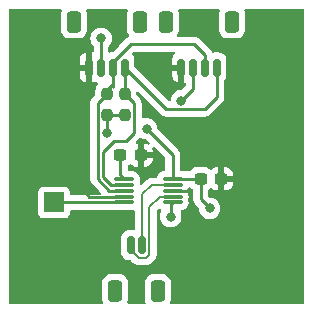
<source format=gbr>
%TF.GenerationSoftware,KiCad,Pcbnew,7.0.5*%
%TF.CreationDate,2023-06-11T15:17:49-05:00*%
%TF.ProjectId,DRV2605,44525632-3630-4352-9e6b-696361645f70,rev?*%
%TF.SameCoordinates,Original*%
%TF.FileFunction,Copper,L1,Top*%
%TF.FilePolarity,Positive*%
%FSLAX46Y46*%
G04 Gerber Fmt 4.6, Leading zero omitted, Abs format (unit mm)*
G04 Created by KiCad (PCBNEW 7.0.5) date 2023-06-11 15:17:49*
%MOMM*%
%LPD*%
G01*
G04 APERTURE LIST*
G04 Aperture macros list*
%AMRoundRect*
0 Rectangle with rounded corners*
0 $1 Rounding radius*
0 $2 $3 $4 $5 $6 $7 $8 $9 X,Y pos of 4 corners*
0 Add a 4 corners polygon primitive as box body*
4,1,4,$2,$3,$4,$5,$6,$7,$8,$9,$2,$3,0*
0 Add four circle primitives for the rounded corners*
1,1,$1+$1,$2,$3*
1,1,$1+$1,$4,$5*
1,1,$1+$1,$6,$7*
1,1,$1+$1,$8,$9*
0 Add four rect primitives between the rounded corners*
20,1,$1+$1,$2,$3,$4,$5,0*
20,1,$1+$1,$4,$5,$6,$7,0*
20,1,$1+$1,$6,$7,$8,$9,0*
20,1,$1+$1,$8,$9,$2,$3,0*%
G04 Aperture macros list end*
%TA.AperFunction,SMDPad,CuDef*%
%ADD10O,1.699999X0.299999*%
%TD*%
%TA.AperFunction,SMDPad,CuDef*%
%ADD11RoundRect,0.237500X0.237500X-0.250000X0.237500X0.250000X-0.237500X0.250000X-0.237500X-0.250000X0*%
%TD*%
%TA.AperFunction,SMDPad,CuDef*%
%ADD12RoundRect,0.150000X0.150000X0.625000X-0.150000X0.625000X-0.150000X-0.625000X0.150000X-0.625000X0*%
%TD*%
%TA.AperFunction,SMDPad,CuDef*%
%ADD13RoundRect,0.250000X0.350000X0.650000X-0.350000X0.650000X-0.350000X-0.650000X0.350000X-0.650000X0*%
%TD*%
%TA.AperFunction,ComponentPad*%
%ADD14R,1.700000X1.700000*%
%TD*%
%TA.AperFunction,SMDPad,CuDef*%
%ADD15RoundRect,0.150000X-0.150000X-0.625000X0.150000X-0.625000X0.150000X0.625000X-0.150000X0.625000X0*%
%TD*%
%TA.AperFunction,SMDPad,CuDef*%
%ADD16RoundRect,0.250000X-0.350000X-0.650000X0.350000X-0.650000X0.350000X0.650000X-0.350000X0.650000X0*%
%TD*%
%TA.AperFunction,SMDPad,CuDef*%
%ADD17RoundRect,0.237500X-0.300000X-0.237500X0.300000X-0.237500X0.300000X0.237500X-0.300000X0.237500X0*%
%TD*%
%TA.AperFunction,ViaPad*%
%ADD18C,0.800000*%
%TD*%
%TA.AperFunction,Conductor*%
%ADD19C,0.250000*%
%TD*%
%TA.AperFunction,Conductor*%
%ADD20C,0.200000*%
%TD*%
G04 APERTURE END LIST*
D10*
%TO.P,U1,1,REG*%
%TO.N,Net-(U1-REG)*%
X109750002Y-114399999D03*
%TO.P,U1,2,SCL*%
%TO.N,/SCL*%
X109750002Y-114899998D03*
%TO.P,U1,3,SDA*%
%TO.N,/SDA*%
X109750002Y-115400000D03*
%TO.P,U1,4,IN_TRIG*%
%TO.N,GND*%
X109750002Y-115899999D03*
%TO.P,U1,5,EN*%
%TO.N,/Enable*%
X109750002Y-116400001D03*
%TO.P,U1,6,VDD_NC*%
%TO.N,+3.3V*%
X113850001Y-116400001D03*
%TO.P,U1,7,OUT+*%
%TO.N,/O+*%
X113850001Y-115899999D03*
%TO.P,U1,8,GND*%
%TO.N,GND*%
X113850001Y-115400000D03*
%TO.P,U1,9,OUT-*%
%TO.N,/O-*%
X113850001Y-114899998D03*
%TO.P,U1,10,VDD*%
%TO.N,+3.3V*%
X113850001Y-114399999D03*
%TD*%
D11*
%TO.P,R2,1*%
%TO.N,+3.3V*%
X108300000Y-109012500D03*
%TO.P,R2,2*%
%TO.N,/SDA*%
X108300000Y-107187500D03*
%TD*%
%TO.P,R1,1*%
%TO.N,+3.3V*%
X109800000Y-109012500D03*
%TO.P,R1,2*%
%TO.N,/SCL*%
X109800000Y-107187500D03*
%TD*%
D12*
%TO.P,J4,1,Pin_1*%
%TO.N,/SCL*%
X117600000Y-104975000D03*
%TO.P,J4,2,Pin_2*%
%TO.N,/SDA*%
X116600000Y-104975000D03*
%TO.P,J4,3,Pin_3*%
%TO.N,+3.3V*%
X115600000Y-104975000D03*
%TO.P,J4,4,Pin_4*%
%TO.N,GND*%
X114600000Y-104975000D03*
D13*
%TO.P,J4,MP*%
%TO.N,N/C*%
X113300000Y-101100000D03*
X118900000Y-101100000D03*
%TD*%
D14*
%TO.P,J3,1,Pin_1*%
%TO.N,/Enable*%
X103800000Y-116400000D03*
%TD*%
D15*
%TO.P,J2,1,Pin_1*%
%TO.N,/O+*%
X110300000Y-120000000D03*
%TO.P,J2,2,Pin_2*%
%TO.N,/O-*%
X111300000Y-120000000D03*
D16*
%TO.P,J2,MP*%
%TO.N,N/C*%
X109000000Y-123875000D03*
X112600000Y-123875000D03*
%TD*%
D12*
%TO.P,J1,1,Pin_1*%
%TO.N,/SCL*%
X109800000Y-104975000D03*
%TO.P,J1,2,Pin_2*%
%TO.N,/SDA*%
X108800000Y-104975000D03*
%TO.P,J1,3,Pin_3*%
%TO.N,+3.3V*%
X107800000Y-104975000D03*
%TO.P,J1,4,Pin_4*%
%TO.N,GND*%
X106800000Y-104975000D03*
D13*
%TO.P,J1,MP*%
%TO.N,N/C*%
X105500000Y-101100000D03*
X111100000Y-101100000D03*
%TD*%
D17*
%TO.P,C2,1*%
%TO.N,Net-(U1-REG)*%
X109437500Y-112400000D03*
%TO.P,C2,2*%
%TO.N,GND*%
X111162500Y-112400000D03*
%TD*%
%TO.P,C1,1*%
%TO.N,+3.3V*%
X116237500Y-114400000D03*
%TO.P,C1,2*%
%TO.N,GND*%
X117962500Y-114400000D03*
%TD*%
D18*
%TO.N,GND*%
X111400000Y-114100000D03*
%TO.N,+3.3V*%
X111650000Y-110150000D03*
X107800000Y-102500000D03*
X114600000Y-107775500D03*
X108300000Y-110500000D03*
%TO.N,GND*%
X112200000Y-105075000D03*
X119400000Y-114400000D03*
%TO.N,+3.3V*%
X113700000Y-117600000D03*
X117000000Y-116900000D03*
%TD*%
D19*
%TO.N,+3.3V*%
X115600000Y-106775500D02*
X115600000Y-104975000D01*
X114600000Y-107775500D02*
X115600000Y-106775500D01*
%TO.N,/SDA*%
X115700000Y-103000000D02*
X116600000Y-103900000D01*
X110328249Y-103000000D02*
X115700000Y-103000000D01*
X116600000Y-103900000D02*
X116600000Y-104975000D01*
X108800000Y-104528249D02*
X110328249Y-103000000D01*
X108800000Y-104975000D02*
X108800000Y-104528249D01*
%TO.N,GND*%
X115200000Y-115400000D02*
X115400000Y-115600000D01*
X113850001Y-115400000D02*
X115200000Y-115400000D01*
D20*
%TO.N,/O+*%
X110300000Y-120411396D02*
X110300000Y-120000000D01*
X111900000Y-116800000D02*
X111900000Y-120811396D01*
X112800001Y-115899999D02*
X111900000Y-116800000D01*
X111900000Y-120811396D02*
X111611396Y-121100000D01*
X111611396Y-121100000D02*
X110988604Y-121100000D01*
X110988604Y-121100000D02*
X110300000Y-120411396D01*
X113850001Y-115899999D02*
X112800001Y-115899999D01*
%TO.N,/O-*%
X111300000Y-115710050D02*
X111300000Y-120000000D01*
X112110052Y-114899998D02*
X111300000Y-115710050D01*
X113850001Y-114899998D02*
X112110052Y-114899998D01*
D19*
%TO.N,+3.3V*%
X113850001Y-112350001D02*
X111650000Y-110150000D01*
X113850001Y-114399999D02*
X113850001Y-112350001D01*
X107800000Y-104975000D02*
X107800000Y-102500000D01*
X108300000Y-109012500D02*
X108300000Y-110500000D01*
%TO.N,/SCL*%
X116600000Y-108500000D02*
X117600000Y-107500000D01*
X117600000Y-107500000D02*
X117600000Y-104975000D01*
X113325000Y-108500000D02*
X116600000Y-108500000D01*
X109800000Y-104975000D02*
X113325000Y-108500000D01*
X109900000Y-111200000D02*
X110600000Y-110500000D01*
X108000000Y-112100000D02*
X108900000Y-111200000D01*
X110600000Y-107987500D02*
X109800000Y-107187500D01*
X108650002Y-114899998D02*
X108000000Y-114249996D01*
X110600000Y-110500000D02*
X110600000Y-107987500D01*
X109750002Y-114899998D02*
X108650002Y-114899998D01*
X108000000Y-114249996D02*
X108000000Y-112100000D01*
X108900000Y-111200000D02*
X109900000Y-111200000D01*
%TO.N,/SDA*%
X107500000Y-114386392D02*
X107500000Y-107987500D01*
X107500000Y-107987500D02*
X108300000Y-107187500D01*
X108513608Y-115400000D02*
X107500000Y-114386392D01*
X109750002Y-115400000D02*
X108513608Y-115400000D01*
%TO.N,+3.3V*%
X108300000Y-109012500D02*
X109800000Y-109012500D01*
%TO.N,/SCL*%
X109800000Y-104975000D02*
X109800000Y-107187500D01*
%TO.N,GND*%
X106799999Y-115899999D02*
X106400000Y-115500000D01*
X109750002Y-115899999D02*
X106799999Y-115899999D01*
%TO.N,+3.3V*%
X113700000Y-116550002D02*
X113850001Y-116400001D01*
X113700000Y-117600000D02*
X113700000Y-116550002D01*
X116237500Y-116137500D02*
X117000000Y-116900000D01*
X116237500Y-114400000D02*
X116237500Y-116137500D01*
X113850001Y-114399999D02*
X116237500Y-114400000D01*
%TO.N,Net-(U1-REG)*%
X109437500Y-112400000D02*
X109437500Y-114087497D01*
X109437500Y-114087497D02*
X109750002Y-114399999D01*
%TO.N,/SDA*%
X108800000Y-106387500D02*
X108300000Y-106887500D01*
X108800000Y-104975000D02*
X108800000Y-106662500D01*
%TO.N,/Enable*%
X109750002Y-116400001D02*
X103800000Y-116400000D01*
%TD*%
%TA.AperFunction,Conductor*%
%TO.N,GND*%
G36*
X104403638Y-100020185D02*
G01*
X104449393Y-100072989D01*
X104459337Y-100142147D01*
X104454306Y-100163499D01*
X104410001Y-100297203D01*
X104410001Y-100297204D01*
X104410000Y-100297204D01*
X104399500Y-100399983D01*
X104399500Y-101800001D01*
X104399501Y-101800018D01*
X104410000Y-101902796D01*
X104410001Y-101902799D01*
X104431536Y-101967785D01*
X104465186Y-102069334D01*
X104557288Y-102218656D01*
X104681344Y-102342712D01*
X104830666Y-102434814D01*
X104997203Y-102489999D01*
X105099991Y-102500500D01*
X105900008Y-102500499D01*
X105900016Y-102500498D01*
X105900019Y-102500498D01*
X105956302Y-102494748D01*
X106002797Y-102489999D01*
X106169334Y-102434814D01*
X106318656Y-102342712D01*
X106442712Y-102218656D01*
X106534814Y-102069334D01*
X106589999Y-101902797D01*
X106600500Y-101800009D01*
X106600499Y-100399992D01*
X106589999Y-100297203D01*
X106545694Y-100163502D01*
X106543293Y-100093676D01*
X106579024Y-100033634D01*
X106641545Y-100002441D01*
X106663401Y-100000500D01*
X109936599Y-100000500D01*
X110003638Y-100020185D01*
X110049393Y-100072989D01*
X110059337Y-100142147D01*
X110054306Y-100163499D01*
X110010001Y-100297203D01*
X110010001Y-100297204D01*
X110010000Y-100297204D01*
X109999500Y-100399983D01*
X109999500Y-101800001D01*
X109999501Y-101800018D01*
X110010000Y-101902796D01*
X110010001Y-101902799D01*
X110031536Y-101967785D01*
X110065186Y-102069334D01*
X110157288Y-102218656D01*
X110157289Y-102218657D01*
X110157290Y-102218658D01*
X110158490Y-102220176D01*
X110158989Y-102221413D01*
X110161080Y-102224803D01*
X110160500Y-102225160D01*
X110184631Y-102284971D01*
X110171591Y-102353613D01*
X110123510Y-102404308D01*
X110095828Y-102416161D01*
X110077858Y-102421383D01*
X110077853Y-102421385D01*
X110060614Y-102431580D01*
X110043147Y-102440137D01*
X110024518Y-102447512D01*
X110024516Y-102447513D01*
X109986813Y-102474906D01*
X109981931Y-102478112D01*
X109941829Y-102501828D01*
X109927657Y-102516000D01*
X109912872Y-102528628D01*
X109896661Y-102540407D01*
X109866958Y-102576310D01*
X109863025Y-102580631D01*
X109312010Y-103131648D01*
X108780477Y-103663181D01*
X108719154Y-103696666D01*
X108692796Y-103699500D01*
X108584292Y-103699500D01*
X108559226Y-103701473D01*
X108490849Y-103687107D01*
X108441093Y-103638055D01*
X108425500Y-103577855D01*
X108425500Y-103198687D01*
X108445185Y-103131648D01*
X108457350Y-103115715D01*
X108475891Y-103095122D01*
X108532533Y-103032216D01*
X108627179Y-102868284D01*
X108685674Y-102688256D01*
X108705460Y-102500000D01*
X108685674Y-102311744D01*
X108627179Y-102131716D01*
X108532533Y-101967784D01*
X108405871Y-101827112D01*
X108375296Y-101804898D01*
X108252734Y-101715851D01*
X108252729Y-101715848D01*
X108079807Y-101638857D01*
X108079802Y-101638855D01*
X107934001Y-101607865D01*
X107894646Y-101599500D01*
X107705354Y-101599500D01*
X107672897Y-101606398D01*
X107520197Y-101638855D01*
X107520192Y-101638857D01*
X107347270Y-101715848D01*
X107347265Y-101715851D01*
X107194129Y-101827111D01*
X107067466Y-101967785D01*
X106972821Y-102131715D01*
X106972818Y-102131722D01*
X106939959Y-102232853D01*
X106914326Y-102311744D01*
X106894540Y-102500000D01*
X106914326Y-102688256D01*
X106914327Y-102688259D01*
X106972818Y-102868277D01*
X106972821Y-102868284D01*
X107067467Y-103032216D01*
X107110772Y-103080310D01*
X107142650Y-103115715D01*
X107172880Y-103178706D01*
X107174500Y-103198687D01*
X107174500Y-103578355D01*
X107154815Y-103645394D01*
X107102011Y-103691149D01*
X107053172Y-103699771D01*
X107049999Y-103702703D01*
X107050000Y-104065950D01*
X107045076Y-104100545D01*
X107002402Y-104247426D01*
X107002401Y-104247432D01*
X106999500Y-104284298D01*
X106999500Y-105665701D01*
X107002401Y-105702567D01*
X107002402Y-105702573D01*
X107045076Y-105849455D01*
X107050000Y-105884050D01*
X107050000Y-106247295D01*
X107050001Y-106247295D01*
X107052486Y-106247100D01*
X107210199Y-106201281D01*
X107236386Y-106185794D01*
X107304110Y-106168610D01*
X107362628Y-106185791D01*
X107389602Y-106201744D01*
X107471058Y-106225409D01*
X107529942Y-106263014D01*
X107559149Y-106326487D01*
X107549403Y-106395674D01*
X107524144Y-106432165D01*
X107479661Y-106476648D01*
X107389093Y-106623481D01*
X107389091Y-106623484D01*
X107389092Y-106623484D01*
X107334826Y-106787247D01*
X107334826Y-106787248D01*
X107334825Y-106787248D01*
X107324500Y-106888315D01*
X107324500Y-107227046D01*
X107304815Y-107294085D01*
X107288181Y-107314727D01*
X107116208Y-107486699D01*
X107103951Y-107496520D01*
X107104134Y-107496741D01*
X107098122Y-107501714D01*
X107051432Y-107551432D01*
X107050079Y-107552829D01*
X107029889Y-107573019D01*
X107029877Y-107573032D01*
X107025621Y-107578517D01*
X107021837Y-107582947D01*
X106989937Y-107616918D01*
X106989936Y-107616920D01*
X106980284Y-107634476D01*
X106969610Y-107650726D01*
X106957329Y-107666561D01*
X106957324Y-107666568D01*
X106938815Y-107709338D01*
X106936245Y-107714584D01*
X106913803Y-107755406D01*
X106908822Y-107774807D01*
X106902521Y-107793210D01*
X106894562Y-107811602D01*
X106894561Y-107811605D01*
X106887271Y-107857627D01*
X106886087Y-107863346D01*
X106874501Y-107908472D01*
X106874500Y-107908482D01*
X106874500Y-107928516D01*
X106872973Y-107947915D01*
X106869840Y-107967694D01*
X106869840Y-107967695D01*
X106874225Y-108014083D01*
X106874500Y-108019921D01*
X106874500Y-114303647D01*
X106872775Y-114319264D01*
X106873061Y-114319291D01*
X106872326Y-114327058D01*
X106874469Y-114395238D01*
X106874500Y-114397185D01*
X106874500Y-114425735D01*
X106874501Y-114425752D01*
X106875368Y-114432623D01*
X106875826Y-114438442D01*
X106877290Y-114485016D01*
X106877291Y-114485019D01*
X106882880Y-114504259D01*
X106886824Y-114523303D01*
X106889336Y-114543183D01*
X106906490Y-114586511D01*
X106908382Y-114592039D01*
X106911775Y-114603719D01*
X106921382Y-114636782D01*
X106928108Y-114648156D01*
X106931580Y-114654026D01*
X106940138Y-114671495D01*
X106947514Y-114690124D01*
X106974898Y-114727815D01*
X106978106Y-114732699D01*
X107001827Y-114772808D01*
X107001833Y-114772816D01*
X107015990Y-114786972D01*
X107028627Y-114801767D01*
X107040406Y-114817979D01*
X107069504Y-114842051D01*
X107076309Y-114847680D01*
X107080620Y-114851602D01*
X107629297Y-115400280D01*
X107791836Y-115562819D01*
X107825321Y-115624142D01*
X107820337Y-115693834D01*
X107778465Y-115749767D01*
X107713001Y-115774184D01*
X107704155Y-115774500D01*
X105274499Y-115774500D01*
X105207460Y-115754815D01*
X105161705Y-115702011D01*
X105150499Y-115650500D01*
X105150499Y-115502129D01*
X105150498Y-115502123D01*
X105150497Y-115502116D01*
X105144091Y-115442517D01*
X105118908Y-115374999D01*
X105093797Y-115307671D01*
X105093793Y-115307664D01*
X105007547Y-115192455D01*
X105007544Y-115192452D01*
X104892335Y-115106206D01*
X104892328Y-115106202D01*
X104757482Y-115055908D01*
X104757483Y-115055908D01*
X104697883Y-115049501D01*
X104697881Y-115049500D01*
X104697873Y-115049500D01*
X104697864Y-115049500D01*
X102902129Y-115049500D01*
X102902123Y-115049501D01*
X102842516Y-115055908D01*
X102707671Y-115106202D01*
X102707664Y-115106206D01*
X102592455Y-115192452D01*
X102592452Y-115192455D01*
X102506206Y-115307664D01*
X102506202Y-115307671D01*
X102455908Y-115442517D01*
X102450541Y-115492441D01*
X102449501Y-115502123D01*
X102449500Y-115502135D01*
X102449500Y-117297870D01*
X102449501Y-117297876D01*
X102455908Y-117357483D01*
X102506202Y-117492328D01*
X102506206Y-117492335D01*
X102592452Y-117607544D01*
X102592455Y-117607547D01*
X102707664Y-117693793D01*
X102707671Y-117693797D01*
X102842517Y-117744091D01*
X102842516Y-117744091D01*
X102849444Y-117744835D01*
X102902127Y-117750500D01*
X104697872Y-117750499D01*
X104757483Y-117744091D01*
X104892331Y-117693796D01*
X105007546Y-117607546D01*
X105093796Y-117492331D01*
X105144091Y-117357483D01*
X105150500Y-117297873D01*
X105150499Y-117149499D01*
X105170183Y-117082461D01*
X105222987Y-117036706D01*
X105274499Y-117025500D01*
X108854795Y-117025500D01*
X108885632Y-117029395D01*
X108967825Y-117050500D01*
X108967828Y-117050500D01*
X110490925Y-117050500D01*
X110490927Y-117050500D01*
X110559958Y-117041779D01*
X110628935Y-117052905D01*
X110680948Y-117099558D01*
X110699500Y-117164801D01*
X110699500Y-118605538D01*
X110679815Y-118672577D01*
X110627011Y-118718332D01*
X110557853Y-118728276D01*
X110553232Y-118727522D01*
X110552577Y-118727402D01*
X110515701Y-118724500D01*
X110515694Y-118724500D01*
X110084306Y-118724500D01*
X110084298Y-118724500D01*
X110047432Y-118727401D01*
X110047426Y-118727402D01*
X109889606Y-118773254D01*
X109889603Y-118773255D01*
X109748137Y-118856917D01*
X109748129Y-118856923D01*
X109631923Y-118973129D01*
X109631917Y-118973137D01*
X109548255Y-119114603D01*
X109548254Y-119114606D01*
X109502402Y-119272426D01*
X109502401Y-119272432D01*
X109499500Y-119309298D01*
X109499500Y-120690701D01*
X109502401Y-120727567D01*
X109502402Y-120727573D01*
X109548254Y-120885393D01*
X109548255Y-120885396D01*
X109631917Y-121026862D01*
X109631923Y-121026870D01*
X109748129Y-121143076D01*
X109748133Y-121143079D01*
X109748135Y-121143081D01*
X109889602Y-121226744D01*
X109931224Y-121238836D01*
X110047426Y-121272597D01*
X110047429Y-121272597D01*
X110047431Y-121272598D01*
X110084306Y-121275500D01*
X110263507Y-121275500D01*
X110330546Y-121295185D01*
X110351188Y-121311819D01*
X110533273Y-121493904D01*
X110538624Y-121500005D01*
X110560322Y-121528282D01*
X110682541Y-121622063D01*
X110684070Y-121623405D01*
X110685762Y-121624535D01*
X110685763Y-121624536D01*
X110831842Y-121685044D01*
X110910222Y-121695363D01*
X110988603Y-121705682D01*
X110988604Y-121705682D01*
X111023933Y-121701030D01*
X111032032Y-121700500D01*
X111567968Y-121700500D01*
X111576066Y-121701030D01*
X111611396Y-121705682D01*
X111611397Y-121705682D01*
X111663649Y-121698802D01*
X111768158Y-121685044D01*
X111914237Y-121624536D01*
X111914236Y-121624535D01*
X111933177Y-121616690D01*
X111937513Y-121608401D01*
X111951255Y-121596129D01*
X112039678Y-121528282D01*
X112061379Y-121499999D01*
X112066707Y-121493922D01*
X112293922Y-121266707D01*
X112299999Y-121261379D01*
X112328282Y-121239678D01*
X112424536Y-121114237D01*
X112485044Y-120968158D01*
X112489287Y-120935932D01*
X112505682Y-120811396D01*
X112501030Y-120776065D01*
X112500500Y-120767967D01*
X112500500Y-118973129D01*
X112500500Y-117100092D01*
X112520184Y-117033057D01*
X112536810Y-117012424D01*
X112605265Y-116943969D01*
X112666585Y-116910486D01*
X112736277Y-116915470D01*
X112757635Y-116926936D01*
X112757772Y-116926689D01*
X112764605Y-116930445D01*
X112764608Y-116930448D01*
X112867819Y-116987189D01*
X112917082Y-117036735D01*
X112931738Y-117105050D01*
X112915468Y-117157849D01*
X112872820Y-117231718D01*
X112872818Y-117231722D01*
X112814327Y-117411740D01*
X112814326Y-117411744D01*
X112794540Y-117600000D01*
X112814326Y-117788256D01*
X112814327Y-117788259D01*
X112872818Y-117968277D01*
X112872821Y-117968284D01*
X112967467Y-118132216D01*
X113094129Y-118272888D01*
X113247265Y-118384148D01*
X113247270Y-118384151D01*
X113420192Y-118461142D01*
X113420197Y-118461144D01*
X113605354Y-118500500D01*
X113605355Y-118500500D01*
X113794644Y-118500500D01*
X113794646Y-118500500D01*
X113979803Y-118461144D01*
X114152730Y-118384151D01*
X114305871Y-118272888D01*
X114432533Y-118132216D01*
X114527179Y-117968284D01*
X114585674Y-117788256D01*
X114605460Y-117600000D01*
X114585674Y-117411744D01*
X114527179Y-117231716D01*
X114527176Y-117231710D01*
X114524538Y-117225786D01*
X114525697Y-117225269D01*
X114510843Y-117164066D01*
X114533689Y-117098037D01*
X114588606Y-117054842D01*
X114619160Y-117046933D01*
X114713059Y-117035071D01*
X114865872Y-116974568D01*
X114998837Y-116877963D01*
X115103601Y-116751326D01*
X115173579Y-116602614D01*
X115204376Y-116441171D01*
X115194056Y-116277141D01*
X115167317Y-116194850D01*
X115165323Y-116125009D01*
X115173055Y-116103727D01*
X115173578Y-116102614D01*
X115173577Y-116102614D01*
X115173579Y-116102612D01*
X115204376Y-115941169D01*
X115194056Y-115777139D01*
X115167091Y-115694151D01*
X115165096Y-115624314D01*
X115172832Y-115603023D01*
X115173100Y-115602451D01*
X115183107Y-115549999D01*
X115166488Y-115549999D01*
X115099449Y-115530314D01*
X115061791Y-115492441D01*
X115055202Y-115482059D01*
X115050229Y-115476047D01*
X115052619Y-115474069D01*
X115024510Y-115426258D01*
X115027285Y-115356444D01*
X115049235Y-115317038D01*
X115067503Y-115294956D01*
X115125403Y-115255852D01*
X115163044Y-115250001D01*
X115184712Y-115250001D01*
X115188940Y-115244181D01*
X115187535Y-115194991D01*
X115223614Y-115135158D01*
X115286315Y-115104329D01*
X115355729Y-115112293D01*
X115395142Y-115138832D01*
X115476649Y-115220339D01*
X115476654Y-115220343D01*
X115515303Y-115244181D01*
X115553095Y-115267491D01*
X115599821Y-115319438D01*
X115612000Y-115373030D01*
X115612000Y-116054755D01*
X115610275Y-116070372D01*
X115610561Y-116070399D01*
X115609826Y-116078166D01*
X115611969Y-116146346D01*
X115612000Y-116148293D01*
X115612000Y-116176843D01*
X115612001Y-116176860D01*
X115612868Y-116183731D01*
X115613326Y-116189550D01*
X115614790Y-116236124D01*
X115614791Y-116236127D01*
X115620380Y-116255367D01*
X115624324Y-116274411D01*
X115624670Y-116277142D01*
X115626836Y-116294291D01*
X115643990Y-116337619D01*
X115645882Y-116343147D01*
X115658881Y-116387888D01*
X115669080Y-116405134D01*
X115677638Y-116422603D01*
X115685014Y-116441232D01*
X115712398Y-116478923D01*
X115715606Y-116483807D01*
X115739327Y-116523916D01*
X115739333Y-116523924D01*
X115753490Y-116538080D01*
X115766128Y-116552876D01*
X115777905Y-116569086D01*
X115777906Y-116569087D01*
X115813809Y-116598788D01*
X115818120Y-116602710D01*
X116033933Y-116818524D01*
X116061038Y-116845629D01*
X116094523Y-116906952D01*
X116096678Y-116920348D01*
X116102377Y-116974568D01*
X116114326Y-117088256D01*
X116114327Y-117088259D01*
X116172818Y-117268277D01*
X116172821Y-117268284D01*
X116267467Y-117432216D01*
X116321595Y-117492331D01*
X116394129Y-117572888D01*
X116547265Y-117684148D01*
X116547270Y-117684151D01*
X116720192Y-117761142D01*
X116720197Y-117761144D01*
X116905354Y-117800500D01*
X116905355Y-117800500D01*
X117094644Y-117800500D01*
X117094646Y-117800500D01*
X117279803Y-117761144D01*
X117452730Y-117684151D01*
X117605871Y-117572888D01*
X117732533Y-117432216D01*
X117827179Y-117268284D01*
X117885674Y-117088256D01*
X117905460Y-116900000D01*
X117885674Y-116711744D01*
X117827179Y-116531716D01*
X117732533Y-116367784D01*
X117605871Y-116227112D01*
X117605870Y-116227111D01*
X117452734Y-116115851D01*
X117452729Y-116115848D01*
X117279807Y-116038857D01*
X117279802Y-116038855D01*
X117134001Y-116007865D01*
X117094646Y-115999500D01*
X117094645Y-115999500D01*
X117035453Y-115999500D01*
X116968414Y-115979815D01*
X116947772Y-115963181D01*
X116899319Y-115914728D01*
X116865834Y-115853405D01*
X116863000Y-115827047D01*
X116863000Y-115373030D01*
X116882685Y-115305991D01*
X116921904Y-115267491D01*
X116998350Y-115220340D01*
X117012671Y-115206018D01*
X117073989Y-115172533D01*
X117143681Y-115177514D01*
X117188034Y-115206017D01*
X117201961Y-115219944D01*
X117201965Y-115219947D01*
X117348688Y-115310448D01*
X117348699Y-115310453D01*
X117512347Y-115364680D01*
X117613351Y-115374999D01*
X117712499Y-115374998D01*
X117712499Y-114650000D01*
X118212500Y-114650000D01*
X118212500Y-115374999D01*
X118311640Y-115374999D01*
X118311654Y-115374998D01*
X118412652Y-115364680D01*
X118576300Y-115310453D01*
X118576311Y-115310448D01*
X118723034Y-115219947D01*
X118723038Y-115219944D01*
X118844944Y-115098038D01*
X118844947Y-115098034D01*
X118935448Y-114951311D01*
X118935453Y-114951300D01*
X118989680Y-114787652D01*
X118999999Y-114686654D01*
X119000000Y-114686641D01*
X119000000Y-114650000D01*
X118212500Y-114650000D01*
X117712499Y-114650000D01*
X117712500Y-113425000D01*
X118212500Y-113425000D01*
X118212500Y-114150000D01*
X118999998Y-114150000D01*
X118999999Y-114113360D01*
X118999998Y-114113345D01*
X118989680Y-114012347D01*
X118935453Y-113848699D01*
X118935448Y-113848688D01*
X118844947Y-113701965D01*
X118844944Y-113701961D01*
X118723038Y-113580055D01*
X118723034Y-113580052D01*
X118576311Y-113489551D01*
X118576300Y-113489546D01*
X118412652Y-113435319D01*
X118311654Y-113425000D01*
X118212500Y-113425000D01*
X117712500Y-113425000D01*
X117712500Y-113424999D01*
X117613360Y-113425000D01*
X117613344Y-113425001D01*
X117512347Y-113435319D01*
X117348699Y-113489546D01*
X117348688Y-113489551D01*
X117201965Y-113580052D01*
X117188032Y-113593985D01*
X117126708Y-113627468D01*
X117057016Y-113622482D01*
X117012672Y-113593982D01*
X116998351Y-113579661D01*
X116998350Y-113579660D01*
X116907129Y-113523394D01*
X116851518Y-113489093D01*
X116851513Y-113489091D01*
X116850069Y-113488612D01*
X116687753Y-113434826D01*
X116687751Y-113434825D01*
X116586678Y-113424500D01*
X115888330Y-113424500D01*
X115888312Y-113424501D01*
X115787247Y-113434825D01*
X115623484Y-113489092D01*
X115623481Y-113489093D01*
X115476651Y-113579659D01*
X115354661Y-113701648D01*
X115346056Y-113715599D01*
X115294106Y-113762322D01*
X115240519Y-113774499D01*
X114745207Y-113774499D01*
X114714370Y-113770603D01*
X114632181Y-113749500D01*
X114632178Y-113749500D01*
X114599501Y-113749500D01*
X114532462Y-113729815D01*
X114486707Y-113677011D01*
X114475501Y-113625500D01*
X114475501Y-112432738D01*
X114477225Y-112417124D01*
X114476939Y-112417097D01*
X114477673Y-112409334D01*
X114475532Y-112341172D01*
X114475501Y-112339225D01*
X114475501Y-112310652D01*
X114475501Y-112310651D01*
X114474630Y-112303760D01*
X114474173Y-112297946D01*
X114472710Y-112251373D01*
X114467123Y-112232145D01*
X114463175Y-112213085D01*
X114460665Y-112193209D01*
X114443508Y-112149876D01*
X114441620Y-112144360D01*
X114428620Y-112099613D01*
X114418419Y-112082364D01*
X114409861Y-112064895D01*
X114402487Y-112046269D01*
X114402484Y-112046265D01*
X114402484Y-112046264D01*
X114375099Y-112008572D01*
X114371891Y-112003688D01*
X114348173Y-111963583D01*
X114348164Y-111963572D01*
X114334006Y-111949414D01*
X114321371Y-111934621D01*
X114309594Y-111918413D01*
X114273694Y-111888714D01*
X114269382Y-111884791D01*
X112588960Y-110204369D01*
X112555475Y-110143046D01*
X112553323Y-110129668D01*
X112535674Y-109961744D01*
X112477179Y-109781716D01*
X112382533Y-109617784D01*
X112255871Y-109477112D01*
X112255870Y-109477111D01*
X112102734Y-109365851D01*
X112102729Y-109365848D01*
X111929807Y-109288857D01*
X111929802Y-109288855D01*
X111784000Y-109257865D01*
X111744646Y-109249500D01*
X111555354Y-109249500D01*
X111555353Y-109249500D01*
X111375280Y-109287775D01*
X111305613Y-109282459D01*
X111249880Y-109240322D01*
X111225775Y-109174742D01*
X111225500Y-109166485D01*
X111225500Y-108070242D01*
X111227224Y-108054622D01*
X111226939Y-108054596D01*
X111227673Y-108046833D01*
X111225531Y-107978652D01*
X111225500Y-107976705D01*
X111225500Y-107948154D01*
X111225500Y-107948150D01*
X111224631Y-107941272D01*
X111224172Y-107935443D01*
X111224147Y-107934663D01*
X111222709Y-107888873D01*
X111217709Y-107871666D01*
X111217122Y-107869644D01*
X111213174Y-107850584D01*
X111212403Y-107844477D01*
X111210664Y-107830708D01*
X111210663Y-107830706D01*
X111210663Y-107830704D01*
X111193512Y-107787387D01*
X111191619Y-107781858D01*
X111178618Y-107737109D01*
X111178616Y-107737106D01*
X111168423Y-107719871D01*
X111159861Y-107702394D01*
X111152487Y-107683770D01*
X111152486Y-107683768D01*
X111125079Y-107646045D01*
X111121888Y-107641186D01*
X111115198Y-107629874D01*
X111098170Y-107601080D01*
X111098168Y-107601078D01*
X111098165Y-107601074D01*
X111084006Y-107586915D01*
X111071368Y-107572119D01*
X111061824Y-107558983D01*
X111059594Y-107555913D01*
X111055027Y-107552135D01*
X111023688Y-107526209D01*
X111019376Y-107522286D01*
X110811818Y-107314727D01*
X110778333Y-107253405D01*
X110775499Y-107227047D01*
X110775499Y-107134451D01*
X110795184Y-107067412D01*
X110847988Y-107021657D01*
X110917146Y-107011713D01*
X110980702Y-107040738D01*
X110987178Y-107046768D01*
X111908103Y-107967694D01*
X112824197Y-108883788D01*
X112834022Y-108896051D01*
X112834243Y-108895869D01*
X112839211Y-108901874D01*
X112888932Y-108948566D01*
X112890332Y-108949923D01*
X112910523Y-108970115D01*
X112910527Y-108970118D01*
X112910529Y-108970120D01*
X112916011Y-108974373D01*
X112920443Y-108978157D01*
X112954418Y-109010062D01*
X112971976Y-109019714D01*
X112988233Y-109030393D01*
X113004064Y-109042673D01*
X113023737Y-109051186D01*
X113046833Y-109061182D01*
X113052077Y-109063750D01*
X113092908Y-109086197D01*
X113105523Y-109089435D01*
X113112305Y-109091177D01*
X113130719Y-109097481D01*
X113149104Y-109105438D01*
X113195157Y-109112732D01*
X113200826Y-109113906D01*
X113245981Y-109125500D01*
X113266016Y-109125500D01*
X113285413Y-109127026D01*
X113305196Y-109130160D01*
X113351583Y-109125775D01*
X113357422Y-109125500D01*
X116517257Y-109125500D01*
X116532877Y-109127224D01*
X116532904Y-109126939D01*
X116540666Y-109127673D01*
X116540666Y-109127672D01*
X116540667Y-109127673D01*
X116543999Y-109127568D01*
X116608847Y-109125531D01*
X116610794Y-109125500D01*
X116639347Y-109125500D01*
X116639350Y-109125500D01*
X116646228Y-109124630D01*
X116652041Y-109124172D01*
X116698627Y-109122709D01*
X116717869Y-109117117D01*
X116736912Y-109113174D01*
X116756792Y-109110664D01*
X116800122Y-109093507D01*
X116805646Y-109091617D01*
X116809396Y-109090527D01*
X116850390Y-109078618D01*
X116867629Y-109068422D01*
X116885103Y-109059862D01*
X116903727Y-109052488D01*
X116903727Y-109052487D01*
X116903732Y-109052486D01*
X116941449Y-109025082D01*
X116946305Y-109021892D01*
X116986420Y-108998170D01*
X117000589Y-108983999D01*
X117015379Y-108971368D01*
X117031587Y-108959594D01*
X117061299Y-108923676D01*
X117065212Y-108919376D01*
X117983786Y-108000802D01*
X117996048Y-107990980D01*
X117995865Y-107990759D01*
X118001873Y-107985788D01*
X118001877Y-107985786D01*
X118048649Y-107935977D01*
X118049891Y-107934697D01*
X118070120Y-107914470D01*
X118074373Y-107908986D01*
X118078150Y-107904563D01*
X118110062Y-107870582D01*
X118119714Y-107853023D01*
X118130389Y-107836772D01*
X118142674Y-107820936D01*
X118161186Y-107778152D01*
X118163742Y-107772935D01*
X118183439Y-107737109D01*
X118186194Y-107732098D01*
X118186194Y-107732097D01*
X118186197Y-107732092D01*
X118191180Y-107712680D01*
X118197477Y-107694291D01*
X118205438Y-107675895D01*
X118212729Y-107629853D01*
X118213908Y-107624162D01*
X118225500Y-107579019D01*
X118225500Y-107558982D01*
X118227027Y-107539582D01*
X118230160Y-107519804D01*
X118225775Y-107473415D01*
X118225500Y-107467577D01*
X118225500Y-106095808D01*
X118245185Y-106028769D01*
X118261817Y-106008128D01*
X118268081Y-106001865D01*
X118351744Y-105860398D01*
X118397598Y-105702569D01*
X118400500Y-105665694D01*
X118400500Y-104284306D01*
X118397598Y-104247431D01*
X118351744Y-104089602D01*
X118268081Y-103948135D01*
X118268079Y-103948133D01*
X118268076Y-103948129D01*
X118151870Y-103831923D01*
X118151862Y-103831917D01*
X118028166Y-103758764D01*
X118010398Y-103748256D01*
X118010397Y-103748255D01*
X118010396Y-103748255D01*
X118010393Y-103748254D01*
X117852573Y-103702402D01*
X117852567Y-103702401D01*
X117815701Y-103699500D01*
X117815694Y-103699500D01*
X117384306Y-103699500D01*
X117384298Y-103699500D01*
X117347436Y-103702401D01*
X117347432Y-103702401D01*
X117347431Y-103702402D01*
X117322376Y-103709681D01*
X117252507Y-103709480D01*
X117193838Y-103671538D01*
X117181050Y-103653723D01*
X117176124Y-103645394D01*
X117171784Y-103638055D01*
X117168417Y-103632361D01*
X117159860Y-103614894D01*
X117152486Y-103596268D01*
X117152483Y-103596264D01*
X117152483Y-103596263D01*
X117125098Y-103558571D01*
X117121890Y-103553687D01*
X117098172Y-103513582D01*
X117098163Y-103513571D01*
X117084005Y-103499413D01*
X117071370Y-103484620D01*
X117059593Y-103468412D01*
X117023693Y-103438713D01*
X117019381Y-103434790D01*
X116200803Y-102616212D01*
X116190980Y-102603950D01*
X116190759Y-102604134D01*
X116185786Y-102598122D01*
X116136066Y-102551432D01*
X116134666Y-102550075D01*
X116114476Y-102529884D01*
X116108986Y-102525625D01*
X116104561Y-102521847D01*
X116070582Y-102489938D01*
X116070580Y-102489936D01*
X116070577Y-102489935D01*
X116053029Y-102480288D01*
X116036763Y-102469604D01*
X116020933Y-102457325D01*
X115978168Y-102438818D01*
X115972922Y-102436248D01*
X115932093Y-102413803D01*
X115932092Y-102413802D01*
X115912693Y-102408822D01*
X115894281Y-102402518D01*
X115875898Y-102394562D01*
X115875892Y-102394560D01*
X115829874Y-102387272D01*
X115824152Y-102386087D01*
X115779021Y-102374500D01*
X115779019Y-102374500D01*
X115758984Y-102374500D01*
X115739586Y-102372973D01*
X115732162Y-102371797D01*
X115719805Y-102369840D01*
X115719804Y-102369840D01*
X115673416Y-102374225D01*
X115667578Y-102374500D01*
X114368761Y-102374500D01*
X114301722Y-102354815D01*
X114255967Y-102302011D01*
X114246023Y-102232853D01*
X114263222Y-102185403D01*
X114334814Y-102069334D01*
X114389999Y-101902797D01*
X114400500Y-101800009D01*
X114400499Y-100399992D01*
X114389999Y-100297203D01*
X114345694Y-100163502D01*
X114343293Y-100093676D01*
X114379024Y-100033634D01*
X114441545Y-100002441D01*
X114463401Y-100000500D01*
X117736599Y-100000500D01*
X117803638Y-100020185D01*
X117849393Y-100072989D01*
X117859337Y-100142147D01*
X117854306Y-100163499D01*
X117810001Y-100297203D01*
X117810001Y-100297204D01*
X117810000Y-100297204D01*
X117799500Y-100399983D01*
X117799500Y-101800001D01*
X117799501Y-101800018D01*
X117810000Y-101902796D01*
X117810001Y-101902799D01*
X117831536Y-101967785D01*
X117865186Y-102069334D01*
X117957288Y-102218656D01*
X118081344Y-102342712D01*
X118230666Y-102434814D01*
X118397203Y-102489999D01*
X118499991Y-102500500D01*
X119300008Y-102500499D01*
X119300016Y-102500498D01*
X119300019Y-102500498D01*
X119356302Y-102494748D01*
X119402797Y-102489999D01*
X119569334Y-102434814D01*
X119718656Y-102342712D01*
X119842712Y-102218656D01*
X119934814Y-102069334D01*
X119989999Y-101902797D01*
X120000500Y-101800009D01*
X120000499Y-100399992D01*
X119989999Y-100297203D01*
X119945694Y-100163502D01*
X119943293Y-100093676D01*
X119979024Y-100033634D01*
X120041545Y-100002441D01*
X120063401Y-100000500D01*
X124875500Y-100000500D01*
X124942539Y-100020185D01*
X124988294Y-100072989D01*
X124999500Y-100124500D01*
X124999500Y-124875500D01*
X124979815Y-124942539D01*
X124927011Y-124988294D01*
X124875500Y-124999500D01*
X113755117Y-124999500D01*
X113688078Y-124979815D01*
X113642323Y-124927011D01*
X113632379Y-124857853D01*
X113637411Y-124836496D01*
X113689999Y-124677797D01*
X113700500Y-124575009D01*
X113700499Y-123174992D01*
X113689999Y-123072203D01*
X113634814Y-122905666D01*
X113542712Y-122756344D01*
X113418656Y-122632288D01*
X113269334Y-122540186D01*
X113102797Y-122485001D01*
X113102795Y-122485000D01*
X113000010Y-122474500D01*
X112199998Y-122474500D01*
X112199980Y-122474501D01*
X112097203Y-122485000D01*
X112097200Y-122485001D01*
X111930668Y-122540185D01*
X111930663Y-122540187D01*
X111781342Y-122632289D01*
X111657289Y-122756342D01*
X111565187Y-122905663D01*
X111565185Y-122905666D01*
X111565186Y-122905666D01*
X111510001Y-123072203D01*
X111510001Y-123072204D01*
X111510000Y-123072204D01*
X111499500Y-123174983D01*
X111499500Y-124575001D01*
X111499501Y-124575018D01*
X111510000Y-124677796D01*
X111510001Y-124677799D01*
X111562589Y-124836496D01*
X111564991Y-124906324D01*
X111529259Y-124966366D01*
X111466739Y-124997559D01*
X111444883Y-124999500D01*
X110155117Y-124999500D01*
X110088078Y-124979815D01*
X110042323Y-124927011D01*
X110032379Y-124857853D01*
X110037411Y-124836496D01*
X110089999Y-124677797D01*
X110100500Y-124575009D01*
X110100499Y-123174992D01*
X110089999Y-123072203D01*
X110034814Y-122905666D01*
X109942712Y-122756344D01*
X109818656Y-122632288D01*
X109669334Y-122540186D01*
X109502797Y-122485001D01*
X109502795Y-122485000D01*
X109400010Y-122474500D01*
X108599998Y-122474500D01*
X108599980Y-122474501D01*
X108497203Y-122485000D01*
X108497200Y-122485001D01*
X108330668Y-122540185D01*
X108330663Y-122540187D01*
X108181342Y-122632289D01*
X108057289Y-122756342D01*
X107965187Y-122905663D01*
X107965185Y-122905666D01*
X107965186Y-122905666D01*
X107910001Y-123072203D01*
X107910001Y-123072204D01*
X107910000Y-123072204D01*
X107899500Y-123174983D01*
X107899500Y-124575001D01*
X107899501Y-124575018D01*
X107910000Y-124677796D01*
X107910001Y-124677799D01*
X107962589Y-124836496D01*
X107964991Y-124906324D01*
X107929259Y-124966366D01*
X107866739Y-124997559D01*
X107844883Y-124999500D01*
X100124500Y-124999500D01*
X100057461Y-124979815D01*
X100011706Y-124927011D01*
X100000500Y-124875500D01*
X100000500Y-105225000D01*
X106000000Y-105225000D01*
X106000000Y-105665649D01*
X106002899Y-105702489D01*
X106002900Y-105702495D01*
X106048716Y-105860193D01*
X106048717Y-105860196D01*
X106132314Y-106001552D01*
X106132321Y-106001561D01*
X106248438Y-106117678D01*
X106248447Y-106117685D01*
X106389801Y-106201281D01*
X106547514Y-106247100D01*
X106547511Y-106247100D01*
X106549998Y-106247295D01*
X106549999Y-106247295D01*
X106550000Y-105225000D01*
X106000000Y-105225000D01*
X100000500Y-105225000D01*
X100000500Y-104725000D01*
X106000000Y-104725000D01*
X106550000Y-104725000D01*
X106550000Y-103702703D01*
X106547503Y-103702900D01*
X106389806Y-103748716D01*
X106389803Y-103748717D01*
X106248447Y-103832314D01*
X106248438Y-103832321D01*
X106132321Y-103948438D01*
X106132314Y-103948447D01*
X106048717Y-104089803D01*
X106048716Y-104089806D01*
X106002900Y-104247504D01*
X106002899Y-104247510D01*
X106000000Y-104284350D01*
X106000000Y-104725000D01*
X100000500Y-104725000D01*
X100000500Y-100124500D01*
X100020185Y-100057461D01*
X100072989Y-100011706D01*
X100124500Y-100000500D01*
X104336599Y-100000500D01*
X104403638Y-100020185D01*
G37*
%TD.AperFunction*%
%TA.AperFunction,Conductor*%
G36*
X111165160Y-110917793D02*
G01*
X111191381Y-110931341D01*
X111191637Y-110930899D01*
X111197270Y-110934151D01*
X111370192Y-111011142D01*
X111370197Y-111011144D01*
X111555354Y-111050500D01*
X111614548Y-111050500D01*
X111681587Y-111070185D01*
X111702229Y-111086819D01*
X111897876Y-111282466D01*
X111931361Y-111343789D01*
X111926377Y-111413481D01*
X111884505Y-111469414D01*
X111819041Y-111493831D01*
X111771192Y-111487853D01*
X111612653Y-111435319D01*
X111511654Y-111425000D01*
X111412499Y-111425000D01*
X111412499Y-112149999D01*
X111412501Y-112150000D01*
X112199998Y-112150000D01*
X112199999Y-112113360D01*
X112199998Y-112113345D01*
X112189680Y-112012347D01*
X112137146Y-111853808D01*
X112134744Y-111783980D01*
X112170476Y-111723938D01*
X112232996Y-111692745D01*
X112302456Y-111700306D01*
X112342533Y-111727123D01*
X113188182Y-112572772D01*
X113221667Y-112634095D01*
X113224501Y-112660453D01*
X113224501Y-113625794D01*
X113204816Y-113692833D01*
X113152012Y-113738588D01*
X113112865Y-113748400D01*
X113112943Y-113749011D01*
X112986943Y-113764929D01*
X112986940Y-113764929D01*
X112834131Y-113825431D01*
X112834122Y-113825436D01*
X112701167Y-113922034D01*
X112596400Y-114048675D01*
X112526421Y-114197390D01*
X112526421Y-114197391D01*
X112526165Y-114198734D01*
X112525673Y-114199691D01*
X112524010Y-114204811D01*
X112523184Y-114204542D01*
X112494267Y-114260897D01*
X112433825Y-114295947D01*
X112404362Y-114299498D01*
X112153486Y-114299498D01*
X112145386Y-114298967D01*
X112110052Y-114294315D01*
X112110051Y-114294315D01*
X111962048Y-114313800D01*
X111962048Y-114313801D01*
X111953290Y-114314954D01*
X111953289Y-114314954D01*
X111807209Y-114375462D01*
X111681771Y-114471714D01*
X111660071Y-114499992D01*
X111654720Y-114506094D01*
X111305391Y-114855422D01*
X111244068Y-114888907D01*
X111174376Y-114883923D01*
X111118443Y-114842051D01*
X111096983Y-114784515D01*
X111095517Y-114784795D01*
X111094056Y-114777135D01*
X111078031Y-114727815D01*
X111067318Y-114694847D01*
X111065324Y-114625008D01*
X111073054Y-114603728D01*
X111073580Y-114602612D01*
X111104377Y-114441169D01*
X111094057Y-114277139D01*
X111043269Y-114120829D01*
X110955204Y-113982060D01*
X110872459Y-113904357D01*
X110835398Y-113869554D01*
X110835390Y-113869548D01*
X110691373Y-113790374D01*
X110691363Y-113790371D01*
X110532182Y-113749500D01*
X110532179Y-113749500D01*
X110187000Y-113749500D01*
X110119961Y-113729815D01*
X110074206Y-113677011D01*
X110063000Y-113625500D01*
X110063000Y-113373030D01*
X110082685Y-113305991D01*
X110121904Y-113267491D01*
X110198350Y-113220340D01*
X110212671Y-113206018D01*
X110273989Y-113172533D01*
X110343681Y-113177514D01*
X110388034Y-113206017D01*
X110401961Y-113219944D01*
X110401965Y-113219947D01*
X110548688Y-113310448D01*
X110548699Y-113310453D01*
X110712347Y-113364680D01*
X110813351Y-113374999D01*
X110912500Y-113374998D01*
X110912500Y-112650000D01*
X111412499Y-112650000D01*
X111412499Y-113374998D01*
X111412500Y-113374999D01*
X111511640Y-113374999D01*
X111511654Y-113374998D01*
X111612652Y-113364680D01*
X111776300Y-113310453D01*
X111776311Y-113310448D01*
X111923034Y-113219947D01*
X111923038Y-113219944D01*
X112044944Y-113098038D01*
X112044947Y-113098034D01*
X112135448Y-112951311D01*
X112135453Y-112951300D01*
X112189680Y-112787652D01*
X112199999Y-112686654D01*
X112200000Y-112686641D01*
X112200000Y-112650000D01*
X111412499Y-112650000D01*
X110912500Y-112650000D01*
X110912500Y-111424999D01*
X110858951Y-111425000D01*
X110791912Y-111405316D01*
X110746156Y-111352513D01*
X110736212Y-111283354D01*
X110765236Y-111219798D01*
X110771246Y-111213342D01*
X110983787Y-111000802D01*
X110996042Y-110990986D01*
X110995859Y-110990764D01*
X111001868Y-110985791D01*
X111001877Y-110985786D01*
X111035111Y-110950395D01*
X111095346Y-110915002D01*
X111165160Y-110917793D01*
G37*
%TD.AperFunction*%
%TA.AperFunction,Conductor*%
G36*
X114022937Y-103645185D02*
G01*
X114068692Y-103697989D01*
X114078636Y-103767147D01*
X114049611Y-103830703D01*
X114043579Y-103837181D01*
X113932321Y-103948438D01*
X113932314Y-103948447D01*
X113848717Y-104089803D01*
X113848716Y-104089806D01*
X113802900Y-104247504D01*
X113802899Y-104247510D01*
X113800000Y-104284350D01*
X113800000Y-104725000D01*
X114675500Y-104725000D01*
X114742539Y-104744685D01*
X114788294Y-104797489D01*
X114799500Y-104849000D01*
X114799500Y-105665701D01*
X114802401Y-105702567D01*
X114845076Y-105849456D01*
X114849999Y-105884050D01*
X114849999Y-106247294D01*
X114853730Y-106250743D01*
X114909149Y-106262386D01*
X114958906Y-106311437D01*
X114974500Y-106371640D01*
X114974499Y-106465048D01*
X114954814Y-106532088D01*
X114938180Y-106552728D01*
X114652228Y-106838681D01*
X114590905Y-106872166D01*
X114564547Y-106875000D01*
X114505354Y-106875000D01*
X114472897Y-106881898D01*
X114320197Y-106914355D01*
X114320192Y-106914357D01*
X114147270Y-106991348D01*
X114147265Y-106991351D01*
X113994129Y-107102611D01*
X113867466Y-107243285D01*
X113772821Y-107407215D01*
X113772818Y-107407222D01*
X113715722Y-107582947D01*
X113714326Y-107587244D01*
X113705989Y-107666568D01*
X113701794Y-107706483D01*
X113675209Y-107771097D01*
X113617912Y-107811082D01*
X113548093Y-107813742D01*
X113490792Y-107781202D01*
X112081734Y-106372144D01*
X110934591Y-105225000D01*
X113800000Y-105225000D01*
X113800000Y-105665649D01*
X113802899Y-105702489D01*
X113802900Y-105702495D01*
X113848716Y-105860193D01*
X113848717Y-105860196D01*
X113932314Y-106001552D01*
X113932321Y-106001561D01*
X114048438Y-106117678D01*
X114048447Y-106117685D01*
X114189801Y-106201281D01*
X114347514Y-106247100D01*
X114347511Y-106247100D01*
X114349998Y-106247295D01*
X114349999Y-106247294D01*
X114350000Y-105225000D01*
X113800000Y-105225000D01*
X110934591Y-105225000D01*
X110636819Y-104927228D01*
X110603334Y-104865905D01*
X110600500Y-104839547D01*
X110600500Y-104284313D01*
X110600499Y-104284298D01*
X110597598Y-104247432D01*
X110597597Y-104247426D01*
X110551745Y-104089606D01*
X110551744Y-104089603D01*
X110551744Y-104089602D01*
X110468081Y-103948135D01*
X110468079Y-103948133D01*
X110468076Y-103948129D01*
X110454074Y-103934127D01*
X110420589Y-103872804D01*
X110425573Y-103803112D01*
X110454075Y-103758764D01*
X110551023Y-103661818D01*
X110612346Y-103628334D01*
X110638703Y-103625500D01*
X113955898Y-103625500D01*
X114022937Y-103645185D01*
G37*
%TD.AperFunction*%
%TD*%
M02*

</source>
